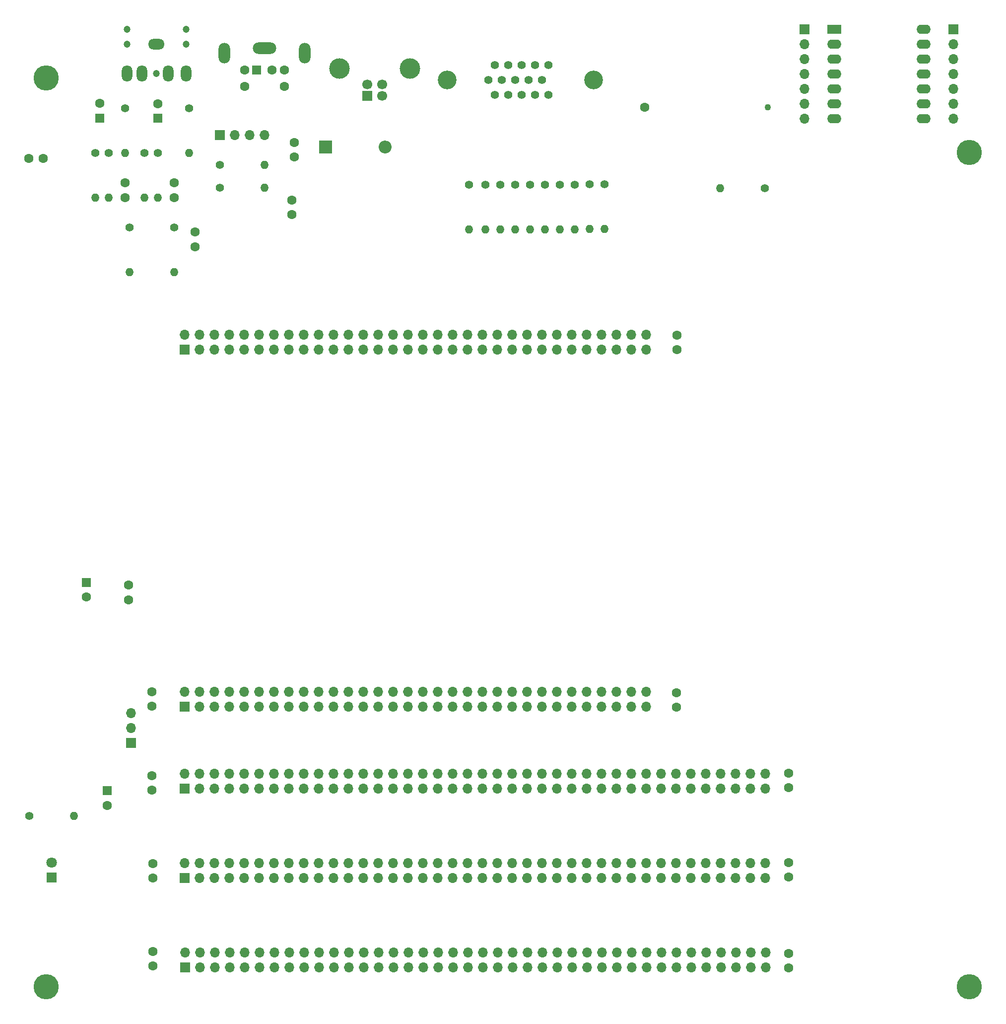
<source format=gbs>
G04 #@! TF.GenerationSoftware,KiCad,Pcbnew,(6.0.1)*
G04 #@! TF.CreationDate,2022-08-27T11:48:11-04:00*
G04 #@! TF.ProjectId,RETRO-FPGA-ITX,52455452-4f2d-4465-9047-412d4954582e,1*
G04 #@! TF.SameCoordinates,Original*
G04 #@! TF.FileFunction,Soldermask,Bot*
G04 #@! TF.FilePolarity,Negative*
%FSLAX46Y46*%
G04 Gerber Fmt 4.6, Leading zero omitted, Abs format (unit mm)*
G04 Created by KiCad (PCBNEW (6.0.1)) date 2022-08-27 11:48:11*
%MOMM*%
%LPD*%
G01*
G04 APERTURE LIST*
%ADD10C,4.300000*%
%ADD11C,1.400000*%
%ADD12O,1.400000X1.400000*%
%ADD13R,1.700000X1.700000*%
%ADD14O,1.700000X1.700000*%
%ADD15R,1.600000X1.600000*%
%ADD16C,1.600000*%
%ADD17O,4.000000X2.000000*%
%ADD18O,2.000000X3.500000*%
%ADD19R,2.400000X1.600000*%
%ADD20O,2.400000X1.600000*%
%ADD21C,1.100000*%
%ADD22C,3.200000*%
%ADD23C,1.397000*%
%ADD24C,1.700000*%
%ADD25C,3.500000*%
%ADD26R,1.800000X1.800000*%
%ADD27C,1.800000*%
%ADD28C,1.200000*%
%ADD29O,1.800000X2.800000*%
%ADD30O,2.800000X1.800000*%
%ADD31R,2.200000X2.200000*%
%ADD32O,2.200000X2.200000*%
G04 APERTURE END LIST*
D10*
X141350000Y-50160000D03*
X298830000Y-62860000D03*
X141350000Y-205100000D03*
X298830000Y-205100000D03*
D11*
X218809845Y-68325745D03*
D12*
X218809845Y-75945745D03*
D11*
X216269845Y-68325745D03*
D12*
X216269845Y-75945745D03*
D11*
X226429845Y-68325745D03*
D12*
X226429845Y-75945745D03*
D11*
X223889845Y-68325745D03*
D12*
X223889845Y-75945745D03*
D11*
X231509845Y-68325745D03*
D12*
X231509845Y-75945745D03*
D11*
X228969845Y-68325745D03*
D12*
X228969845Y-75945745D03*
D11*
X170924500Y-68852500D03*
D12*
X178544500Y-68852500D03*
D11*
X170924500Y-64920500D03*
D12*
X178544500Y-64920500D03*
D13*
X170934500Y-59840500D03*
D14*
X173474500Y-59840500D03*
X176014500Y-59840500D03*
X178554500Y-59840500D03*
D15*
X177234500Y-48729500D03*
D16*
X179834500Y-48729500D03*
X175134500Y-48729500D03*
X181934500Y-48729500D03*
X175134500Y-51529500D03*
X181934500Y-51529500D03*
D17*
X178534500Y-45079500D03*
D18*
X171684500Y-45879500D03*
X185384500Y-45879500D03*
D13*
X164973000Y-96393000D03*
D14*
X164973000Y-93853000D03*
X167513000Y-96393000D03*
X167513000Y-93853000D03*
X170053000Y-96393000D03*
X170053000Y-93853000D03*
X172593000Y-96393000D03*
X172593000Y-93853000D03*
X175133000Y-96393000D03*
X175133000Y-93853000D03*
X177673000Y-96393000D03*
X177673000Y-93853000D03*
X180213000Y-96393000D03*
X180213000Y-93853000D03*
X182753000Y-96393000D03*
X182753000Y-93853000D03*
X185293000Y-96393000D03*
X185293000Y-93853000D03*
X187833000Y-96393000D03*
X187833000Y-93853000D03*
X190373000Y-96393000D03*
X190373000Y-93853000D03*
X192913000Y-96393000D03*
X192913000Y-93853000D03*
X195453000Y-96393000D03*
X195453000Y-93853000D03*
X197993000Y-96393000D03*
X197993000Y-93853000D03*
X200533000Y-96393000D03*
X200533000Y-93853000D03*
X203073000Y-96393000D03*
X203073000Y-93853000D03*
X205613000Y-96393000D03*
X205613000Y-93853000D03*
X208153000Y-96393000D03*
X208153000Y-93853000D03*
X210693000Y-96393000D03*
X210693000Y-93853000D03*
X213233000Y-96393000D03*
X213233000Y-93853000D03*
X215773000Y-96393000D03*
X215773000Y-93853000D03*
X218313000Y-96393000D03*
X218313000Y-93853000D03*
X220853000Y-96393000D03*
X220853000Y-93853000D03*
X223393000Y-96393000D03*
X223393000Y-93853000D03*
X225933000Y-96393000D03*
X225933000Y-93853000D03*
X228473000Y-96393000D03*
X228473000Y-93853000D03*
X231013000Y-96393000D03*
X231013000Y-93853000D03*
X233553000Y-96393000D03*
X233553000Y-93853000D03*
X236093000Y-96393000D03*
X236093000Y-93853000D03*
X238633000Y-96393000D03*
X238633000Y-93853000D03*
X241173000Y-96393000D03*
X241173000Y-93853000D03*
X243713000Y-96393000D03*
X243713000Y-93853000D03*
D13*
X164973000Y-157333000D03*
D14*
X164973000Y-154793000D03*
X167513000Y-157333000D03*
X167513000Y-154793000D03*
X170053000Y-157333000D03*
X170053000Y-154793000D03*
X172593000Y-157333000D03*
X172593000Y-154793000D03*
X175133000Y-157333000D03*
X175133000Y-154793000D03*
X177673000Y-157333000D03*
X177673000Y-154793000D03*
X180213000Y-157333000D03*
X180213000Y-154793000D03*
X182753000Y-157333000D03*
X182753000Y-154793000D03*
X185293000Y-157333000D03*
X185293000Y-154793000D03*
X187833000Y-157333000D03*
X187833000Y-154793000D03*
X190373000Y-157333000D03*
X190373000Y-154793000D03*
X192913000Y-157333000D03*
X192913000Y-154793000D03*
X195453000Y-157333000D03*
X195453000Y-154793000D03*
X197993000Y-157333000D03*
X197993000Y-154793000D03*
X200533000Y-157333000D03*
X200533000Y-154793000D03*
X203073000Y-157333000D03*
X203073000Y-154793000D03*
X205613000Y-157333000D03*
X205613000Y-154793000D03*
X208153000Y-157333000D03*
X208153000Y-154793000D03*
X210693000Y-157333000D03*
X210693000Y-154793000D03*
X213233000Y-157333000D03*
X213233000Y-154793000D03*
X215773000Y-157333000D03*
X215773000Y-154793000D03*
X218313000Y-157333000D03*
X218313000Y-154793000D03*
X220853000Y-157333000D03*
X220853000Y-154793000D03*
X223393000Y-157333000D03*
X223393000Y-154793000D03*
X225933000Y-157333000D03*
X225933000Y-154793000D03*
X228473000Y-157333000D03*
X228473000Y-154793000D03*
X231013000Y-157333000D03*
X231013000Y-154793000D03*
X233553000Y-157333000D03*
X233553000Y-154793000D03*
X236093000Y-157333000D03*
X236093000Y-154793000D03*
X238633000Y-157333000D03*
X238633000Y-154793000D03*
X241173000Y-157333000D03*
X241173000Y-154793000D03*
X243713000Y-157333000D03*
X243713000Y-154793000D03*
D19*
X275793200Y-41783000D03*
D20*
X275793200Y-44323000D03*
X275793200Y-46863000D03*
X275793200Y-49403000D03*
X275793200Y-51943000D03*
X275793200Y-54483000D03*
X275793200Y-57023000D03*
X291033200Y-57023000D03*
X291033200Y-54483000D03*
X291033200Y-51943000D03*
X291033200Y-49403000D03*
X291033200Y-46863000D03*
X291033200Y-44323000D03*
X291033200Y-41783000D03*
D21*
X264433200Y-55082300D03*
D16*
X243433200Y-55082300D03*
D13*
X164973000Y-171303000D03*
D14*
X164973000Y-168763000D03*
X167513000Y-171303000D03*
X167513000Y-168763000D03*
X170053000Y-171303000D03*
X170053000Y-168763000D03*
X172593000Y-171303000D03*
X172593000Y-168763000D03*
X175133000Y-171303000D03*
X175133000Y-168763000D03*
X177673000Y-171303000D03*
X177673000Y-168763000D03*
X180213000Y-171303000D03*
X180213000Y-168763000D03*
X182753000Y-171303000D03*
X182753000Y-168763000D03*
X185293000Y-171303000D03*
X185293000Y-168763000D03*
X187833000Y-171303000D03*
X187833000Y-168763000D03*
X190373000Y-171303000D03*
X190373000Y-168763000D03*
X192913000Y-171303000D03*
X192913000Y-168763000D03*
X195453000Y-171303000D03*
X195453000Y-168763000D03*
X197993000Y-171303000D03*
X197993000Y-168763000D03*
X200533000Y-171303000D03*
X200533000Y-168763000D03*
X203073000Y-171303000D03*
X203073000Y-168763000D03*
X205613000Y-171303000D03*
X205613000Y-168763000D03*
X208153000Y-171303000D03*
X208153000Y-168763000D03*
X210693000Y-171303000D03*
X210693000Y-168763000D03*
X213233000Y-171303000D03*
X213233000Y-168763000D03*
X215773000Y-171303000D03*
X215773000Y-168763000D03*
X218313000Y-171303000D03*
X218313000Y-168763000D03*
X220853000Y-171303000D03*
X220853000Y-168763000D03*
X223393000Y-171303000D03*
X223393000Y-168763000D03*
X225933000Y-171303000D03*
X225933000Y-168763000D03*
X228473000Y-171303000D03*
X228473000Y-168763000D03*
X231013000Y-171303000D03*
X231013000Y-168763000D03*
X233553000Y-171303000D03*
X233553000Y-168763000D03*
X236093000Y-171303000D03*
X236093000Y-168763000D03*
X238633000Y-171303000D03*
X238633000Y-168763000D03*
X241173000Y-171303000D03*
X241173000Y-168763000D03*
X243713000Y-171303000D03*
X243713000Y-168763000D03*
X246253000Y-171303000D03*
X246253000Y-168763000D03*
X248793000Y-171303000D03*
X248793000Y-168763000D03*
X251333000Y-171303000D03*
X251333000Y-168763000D03*
X253873000Y-171303000D03*
X253873000Y-168763000D03*
X256413000Y-171303000D03*
X256413000Y-168763000D03*
X258953000Y-171303000D03*
X258953000Y-168763000D03*
X261493000Y-171303000D03*
X261493000Y-168763000D03*
X264033000Y-171303000D03*
X264033000Y-168763000D03*
D16*
X248798000Y-154930000D03*
X248798000Y-157430000D03*
X267974000Y-168646000D03*
X267974000Y-171146000D03*
X159385000Y-169057000D03*
X159385000Y-171557000D03*
X183242500Y-70904500D03*
X183242500Y-73404500D03*
X166751000Y-76405000D03*
X166751000Y-78905000D03*
D13*
X155829000Y-163499800D03*
D14*
X155829000Y-160959800D03*
X155829000Y-158419800D03*
D11*
X263880600Y-68935600D03*
D12*
X256260600Y-68935600D03*
D16*
X138322000Y-63876000D03*
X140822000Y-63876000D03*
X155371800Y-136570400D03*
X155371800Y-139070400D03*
D15*
X148132800Y-136107288D03*
D16*
X148132800Y-138607288D03*
D22*
X209678335Y-50430155D03*
X234666855Y-50430155D03*
D23*
X217862215Y-52970155D03*
X220153295Y-52970155D03*
X222439295Y-52970155D03*
X224732915Y-52970155D03*
X227021455Y-52970155D03*
X216716675Y-50430155D03*
X219007755Y-50430155D03*
X221298835Y-50430155D03*
X223587375Y-50430155D03*
X225878455Y-50430155D03*
X217862215Y-47890155D03*
X220153295Y-47890155D03*
X222441835Y-47892695D03*
X224732915Y-47890155D03*
X227021455Y-47890155D03*
D13*
X196108000Y-53186500D03*
D24*
X198608000Y-53186500D03*
X198608000Y-51186500D03*
X196108000Y-51186500D03*
D25*
X203378000Y-48476500D03*
X191338000Y-48476500D03*
D11*
X158115000Y-62923000D03*
D12*
X158115000Y-70543000D03*
D15*
X151765000Y-171641888D03*
D16*
X151765000Y-174141888D03*
D15*
X160401000Y-57016113D03*
D16*
X160401000Y-54516113D03*
D11*
X155575000Y-75623000D03*
D12*
X155575000Y-83243000D03*
D13*
X164978000Y-201783000D03*
D14*
X164978000Y-199243000D03*
X167518000Y-201783000D03*
X167518000Y-199243000D03*
X170058000Y-201783000D03*
X170058000Y-199243000D03*
X172598000Y-201783000D03*
X172598000Y-199243000D03*
X175138000Y-201783000D03*
X175138000Y-199243000D03*
X177678000Y-201783000D03*
X177678000Y-199243000D03*
X180218000Y-201783000D03*
X180218000Y-199243000D03*
X182758000Y-201783000D03*
X182758000Y-199243000D03*
X185298000Y-201783000D03*
X185298000Y-199243000D03*
X187838000Y-201783000D03*
X187838000Y-199243000D03*
X190378000Y-201783000D03*
X190378000Y-199243000D03*
X192918000Y-201783000D03*
X192918000Y-199243000D03*
X195458000Y-201783000D03*
X195458000Y-199243000D03*
X197998000Y-201783000D03*
X197998000Y-199243000D03*
X200538000Y-201783000D03*
X200538000Y-199243000D03*
X203078000Y-201783000D03*
X203078000Y-199243000D03*
X205618000Y-201783000D03*
X205618000Y-199243000D03*
X208158000Y-201783000D03*
X208158000Y-199243000D03*
X210698000Y-201783000D03*
X210698000Y-199243000D03*
X213238000Y-201783000D03*
X213238000Y-199243000D03*
X215778000Y-201783000D03*
X215778000Y-199243000D03*
X218318000Y-201783000D03*
X218318000Y-199243000D03*
X220858000Y-201783000D03*
X220858000Y-199243000D03*
X223398000Y-201783000D03*
X223398000Y-199243000D03*
X225938000Y-201783000D03*
X225938000Y-199243000D03*
X228478000Y-201783000D03*
X228478000Y-199243000D03*
X231018000Y-201783000D03*
X231018000Y-199243000D03*
X233558000Y-201783000D03*
X233558000Y-199243000D03*
X236098000Y-201783000D03*
X236098000Y-199243000D03*
X238638000Y-201783000D03*
X238638000Y-199243000D03*
X241178000Y-201783000D03*
X241178000Y-199243000D03*
X243718000Y-201783000D03*
X243718000Y-199243000D03*
X246258000Y-201783000D03*
X246258000Y-199243000D03*
X248798000Y-201783000D03*
X248798000Y-199243000D03*
X251338000Y-201783000D03*
X251338000Y-199243000D03*
X253878000Y-201783000D03*
X253878000Y-199243000D03*
X256418000Y-201783000D03*
X256418000Y-199243000D03*
X258958000Y-201783000D03*
X258958000Y-199243000D03*
X261498000Y-201783000D03*
X261498000Y-199243000D03*
X264038000Y-201783000D03*
X264038000Y-199243000D03*
D11*
X152019000Y-62923000D03*
D12*
X152019000Y-70543000D03*
D11*
X236589845Y-68203745D03*
D12*
X236589845Y-75823745D03*
D11*
X160401000Y-62923000D03*
D12*
X160401000Y-70543000D03*
D11*
X213475845Y-68325745D03*
D12*
X213475845Y-75945745D03*
D16*
X159385000Y-154731400D03*
X159385000Y-157231400D03*
D11*
X163195000Y-75623000D03*
D12*
X163195000Y-83243000D03*
D13*
X164973000Y-186543000D03*
D14*
X164973000Y-184003000D03*
X167513000Y-186543000D03*
X167513000Y-184003000D03*
X170053000Y-186543000D03*
X170053000Y-184003000D03*
X172593000Y-186543000D03*
X172593000Y-184003000D03*
X175133000Y-186543000D03*
X175133000Y-184003000D03*
X177673000Y-186543000D03*
X177673000Y-184003000D03*
X180213000Y-186543000D03*
X180213000Y-184003000D03*
X182753000Y-186543000D03*
X182753000Y-184003000D03*
X185293000Y-186543000D03*
X185293000Y-184003000D03*
X187833000Y-186543000D03*
X187833000Y-184003000D03*
X190373000Y-186543000D03*
X190373000Y-184003000D03*
X192913000Y-186543000D03*
X192913000Y-184003000D03*
X195453000Y-186543000D03*
X195453000Y-184003000D03*
X197993000Y-186543000D03*
X197993000Y-184003000D03*
X200533000Y-186543000D03*
X200533000Y-184003000D03*
X203073000Y-186543000D03*
X203073000Y-184003000D03*
X205613000Y-186543000D03*
X205613000Y-184003000D03*
X208153000Y-186543000D03*
X208153000Y-184003000D03*
X210693000Y-186543000D03*
X210693000Y-184003000D03*
X213233000Y-186543000D03*
X213233000Y-184003000D03*
X215773000Y-186543000D03*
X215773000Y-184003000D03*
X218313000Y-186543000D03*
X218313000Y-184003000D03*
X220853000Y-186543000D03*
X220853000Y-184003000D03*
X223393000Y-186543000D03*
X223393000Y-184003000D03*
X225933000Y-186543000D03*
X225933000Y-184003000D03*
X228473000Y-186543000D03*
X228473000Y-184003000D03*
X231013000Y-186543000D03*
X231013000Y-184003000D03*
X233553000Y-186543000D03*
X233553000Y-184003000D03*
X236093000Y-186543000D03*
X236093000Y-184003000D03*
X238633000Y-186543000D03*
X238633000Y-184003000D03*
X241173000Y-186543000D03*
X241173000Y-184003000D03*
X243713000Y-186543000D03*
X243713000Y-184003000D03*
X246253000Y-186543000D03*
X246253000Y-184003000D03*
X248793000Y-186543000D03*
X248793000Y-184003000D03*
X251333000Y-186543000D03*
X251333000Y-184003000D03*
X253873000Y-186543000D03*
X253873000Y-184003000D03*
X256413000Y-186543000D03*
X256413000Y-184003000D03*
X258953000Y-186543000D03*
X258953000Y-184003000D03*
X261493000Y-186543000D03*
X261493000Y-184003000D03*
X264033000Y-186543000D03*
X264033000Y-184003000D03*
D16*
X267974000Y-183886000D03*
X267974000Y-186386000D03*
D15*
X150495000Y-56959000D03*
D16*
X150495000Y-54459000D03*
D11*
X149733000Y-62923000D03*
D12*
X149733000Y-70543000D03*
D13*
X270713200Y-41783000D03*
D14*
X270713200Y-44323000D03*
X270713200Y-46863000D03*
X270713200Y-49403000D03*
X270713200Y-51943000D03*
X270713200Y-54483000D03*
X270713200Y-57023000D03*
D11*
X138430000Y-175895000D03*
D12*
X146050000Y-175895000D03*
D11*
X165735000Y-55303000D03*
D12*
X165735000Y-62923000D03*
D16*
X163195000Y-70523000D03*
X163195000Y-68023000D03*
D13*
X296113200Y-41783000D03*
D14*
X296113200Y-44323000D03*
X296113200Y-46863000D03*
X296113200Y-49403000D03*
X296113200Y-51943000D03*
X296113200Y-54483000D03*
X296113200Y-57023000D03*
D11*
X234049845Y-68203745D03*
D12*
X234049845Y-75823745D03*
D11*
X221349845Y-68325745D03*
D12*
X221349845Y-75945745D03*
D16*
X248924000Y-93950000D03*
X248924000Y-96450000D03*
D26*
X142240000Y-186441000D03*
D27*
X142240000Y-183901000D03*
D16*
X154813000Y-70523000D03*
X154813000Y-68023000D03*
X159512000Y-199029000D03*
X159512000Y-201529000D03*
D28*
X165147000Y-44339000D03*
X160147000Y-49339000D03*
X155147000Y-44339000D03*
X155147000Y-41839000D03*
X165147000Y-41839000D03*
D29*
X165147000Y-49339000D03*
X162147000Y-49339000D03*
D30*
X160147000Y-44339000D03*
D29*
X155147000Y-49339000D03*
X157647000Y-49339000D03*
D16*
X159512000Y-184043000D03*
X159512000Y-186543000D03*
X183624500Y-61110500D03*
X183624500Y-63610500D03*
D31*
X188976000Y-61849000D03*
D32*
X199136000Y-61849000D03*
D16*
X267974000Y-199380000D03*
X267974000Y-201880000D03*
D11*
X154813000Y-55303000D03*
D12*
X154813000Y-62923000D03*
M02*

</source>
